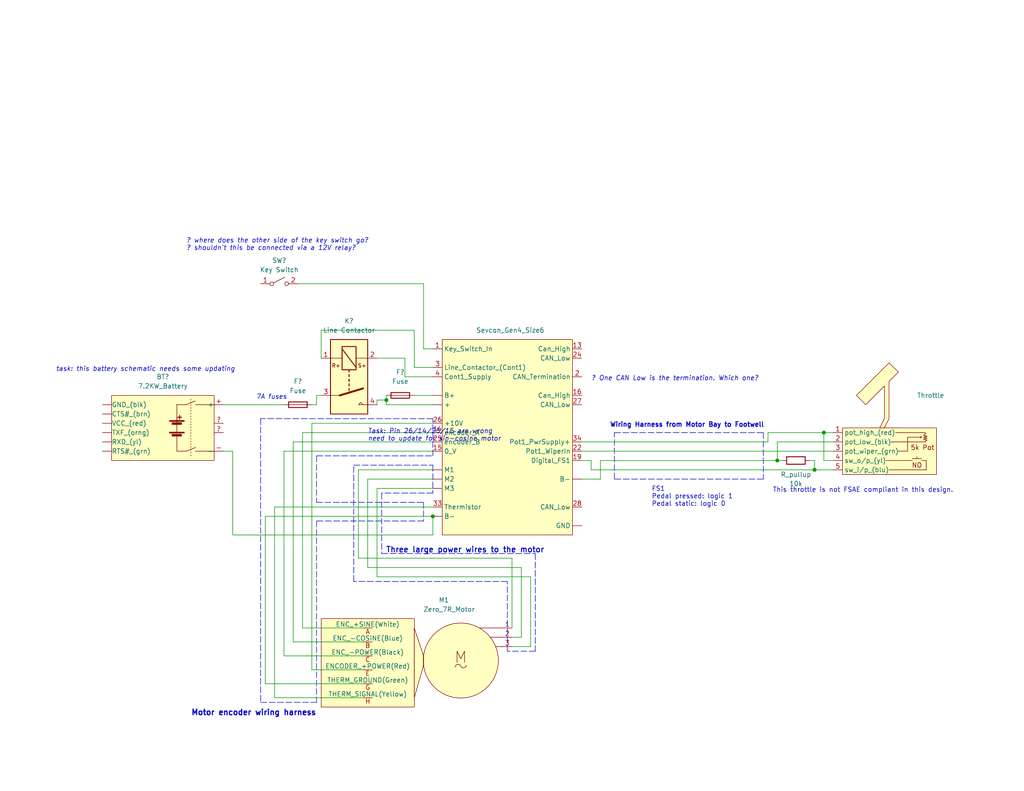
<source format=kicad_sch>
(kicad_sch (version 20211123) (generator eeschema)
  (paper "A")
  (lib_symbols
    (symbol "CamachosSymbols:7.2KW_Battery" (pin_names (offset 0.002))
      (property "Reference" "BT?" (at -7.62 12.7 0))
      (property "Value" "7.2KW_Battery" (at -7.62 10.16 0))
      (symbol "7.2KW_Battery_0_1"
        (rectangle (start -22.86 7.62) (end 5.08 -10.16) (fill (type background)))
        (rectangle (start -7.112 -2.413) (end -3.048 -2.667) (fill (type outline)))
        (rectangle (start -7.112 0.762) (end -3.048 0.508) (fill (type outline)))
        (rectangle (start -6.4008 -2.9972) (end -3.81 -3.5052) (fill (type outline)))
        (rectangle (start -6.4008 0.1778) (end -3.81 -0.3302) (fill (type outline)))
        (rectangle (start -5.08 0) (end -5.08 5.08))
        (rectangle (start -5.08 5.08) (end -2.54 5.08))
        (rectangle (start 0 -7.62) (end 5.08 -7.62))
        (polyline (pts (xy -5.08 -2.54) (xy -5.08 -0.254)))
        (polyline (pts (xy -5.08 0.762) (xy -5.08 1.524)))
        (polyline (pts (xy -4.826 1.651) (xy -3.81 1.651)) (stroke (width 0.254)))
        (polyline (pts (xy -4.318 2.159) (xy -4.318 1.143)) (stroke (width 0.254)))
        (polyline (pts (xy -2.54 -7.62) (xy 0 -6.604)))
        (polyline (pts (xy -2.54 5.08) (xy 0 6.096)))
        (polyline (pts (xy -1.27 -8.636) (xy -1.27 -8.89)))
        (polyline (pts (xy -1.27 -7.874) (xy -1.27 -8.128)))
        (polyline (pts (xy -1.27 -7.112) (xy -1.27 -7.366)))
        (polyline (pts (xy -1.27 -6.35) (xy -1.27 -6.604)))
        (polyline (pts (xy -1.27 -5.588) (xy -1.27 -5.842)))
        (polyline (pts (xy -1.27 -4.826) (xy -1.27 -5.08)))
        (polyline (pts (xy -1.27 -4.064) (xy -1.27 -4.318)))
        (polyline (pts (xy -1.27 -3.302) (xy -1.27 -3.556)))
        (polyline (pts (xy -1.27 -2.54) (xy -1.27 -2.794)))
        (polyline (pts (xy -1.27 -1.778) (xy -1.27 -2.032)))
        (polyline (pts (xy -1.27 -1.016) (xy -1.27 -1.27)))
        (polyline (pts (xy -1.27 -0.254) (xy -1.27 -0.508)))
        (polyline (pts (xy -1.27 0.508) (xy -1.27 0.254)))
        (polyline (pts (xy -1.27 1.27) (xy -1.27 1.016)))
        (polyline (pts (xy -1.27 2.032) (xy -1.27 1.778)))
        (polyline (pts (xy -1.27 2.794) (xy -1.27 2.54)))
        (polyline (pts (xy -1.27 3.556) (xy -1.27 3.302)))
        (polyline (pts (xy -1.27 4.318) (xy -1.27 4.064)))
        (polyline (pts (xy -1.27 5.08) (xy -1.27 4.826)))
        (polyline (pts (xy -1.27 5.842) (xy -1.27 5.588)))
        (polyline (pts (xy -1.27 6.604) (xy -1.27 6.35)))
        (polyline (pts (xy -5.08 -3.556) (xy -5.08 -7.62) (xy -2.54 -7.62)))
        (rectangle (start 0 5.08) (end 5.08 5.08))
      )
      (symbol "7.2KW_Battery_1_1"
        (pin passive line (at -25.4 2.54 0) (length 2.54) (name "CTS#_(brn)") (number ""))
        (pin passive line (at -25.4 5.08 0) (length 2.54) (name "GND_(blk)") (number ""))
        (pin passive line (at -25.4 -7.62 0) (length 2.54) (name "RTS#_(grn)") (number ""))
        (pin passive line (at -25.4 -5.08 0) (length 2.54) (name "RXD_(yl)") (number ""))
        (pin passive line (at -25.4 -2.54 0) (length 2.54) (name "TXF_(orng)") (number ""))
        (pin passive line (at -25.4 0 0) (length 2.54) (name "VCC_(red)") (number ""))
        (pin passive line (at 7.62 5.08 180) (length 2.54) (name "+") (number "+"))
        (pin passive line (at 7.62 -7.62 180) (length 2.54) (name "-") (number "-"))
        (pin passive line (at 7.62 -2.54 180) (length 2.54) (name "") (number "?"))
        (pin passive line (at 7.62 0 180) (length 2.54) (name "") (number "?"))
      )
    )
    (symbol "CamachosSymbols:Sevcon_Gen4_Size6"
      (property "Value" "Sevcon_Gen4_Size6" (at 10.16 17.78 0))
      (symbol "Sevcon_Gen4_Size6_0_1"
        (rectangle (start -17.78 15.24) (end 17.78 -38.1) (fill (type background)))
      )
      (symbol "Sevcon_Gen4_Size6_1_1"
        (pin passive line (at -20.32 -2.54 0) (length 2.54) (name "+") (number ""))
        (pin passive line (at -20.32 0 0) (length 2.54) (name "B+") (number ""))
        (pin passive line (at -20.32 -33.02 0) (length 2.54) (name "B-") (number ""))
        (pin passive line (at 20.32 -22.86 180) (length 2.54) (name "B-") (number ""))
        (pin passive line (at 20.32 -35.56 180) (length 2.54) (name "GND") (number ""))
        (pin passive line (at -20.32 -20.32 0) (length 2.54) (name "M1") (number ""))
        (pin passive line (at -20.32 -22.86 0) (length 2.54) (name "M2") (number ""))
        (pin passive line (at -20.32 -25.4 0) (length 2.54) (name "M3") (number ""))
        (pin passive line (at -20.32 12.7 0) (length 2.54) (name "Key_Switch_In") (number "1"))
        (pin passive line (at 20.32 12.7 180) (length 2.54) (name "Can_High") (number "13"))
        (pin passive line (at -20.32 -10.16 0) (length 2.54) (name "encoder_A") (number "14"))
        (pin passive line (at -20.32 -15.24 0) (length 2.54) (name "0_V") (number "15"))
        (pin passive line (at 20.32 0 180) (length 2.54) (name "Can_High") (number "16"))
        (pin passive line (at 20.32 -17.78 180) (length 2.54) (name "Digital_FS1") (number "19"))
        (pin passive line (at 20.32 5.08 180) (length 2.54) (name "CAN_Termination") (number "2"))
        (pin passive line (at 20.32 -15.24 180) (length 2.54) (name "Pot1_WiperIn") (number "22"))
        (pin passive line (at 20.32 10.16 180) (length 2.54) (name "CAN_Low") (number "24"))
        (pin passive line (at -20.32 -12.7 0) (length 2.54) (name "encoder_B") (number "25"))
        (pin passive line (at -20.32 -7.62 0) (length 2.54) (name "+10V") (number "26"))
        (pin passive line (at 20.32 -2.54 180) (length 2.54) (name "CAN_Low") (number "27"))
        (pin passive line (at 20.32 -30.48 180) (length 2.54) (name "CAN_Low") (number "28"))
        (pin passive line (at -20.32 7.62 0) (length 2.54) (name "Line_Contactor_(Cont1)") (number "3"))
        (pin passive line (at -20.32 -30.48 0) (length 2.54) (name "Thermistor") (number "33"))
        (pin passive line (at 20.32 -12.7 180) (length 2.54) (name "Pot1_PwrSupply+") (number "34"))
        (pin passive line (at -20.32 5.08 0) (length 2.54) (name "Cont1_Supply") (number "4"))
      )
    )
    (symbol "CamachosSymbols:Throttle"
      (property "Value" "Throttle" (at 12.7 11.43 0))
      (symbol "Throttle_0_0"
        (text "5k Pot" (at 14.224 -2.794 0) (effects (font (size 1.27 1.27))))
        (text "NO" (at 12.7 -7.62 0) (effects (font (size 1.27 1.27))))
      )
      (symbol "Throttle_0_1"
        (rectangle (start -7.62 2.54) (end 18.034 -10.16) (fill (type background)))
        (polyline (pts (xy 4.318 -6.35) (xy 11.43 -6.35)))
        (polyline (pts (xy 5.08 -8.89) (xy 11.43 -8.89)))
        (polyline (pts (xy 11.43 -6.35) (xy 11.43 -6.35)))
        (polyline (pts (xy 11.43 -5.842) (xy 13.97 -5.842)))
        (polyline (pts (xy 12.7 -5.842) (xy 12.7 -5.334)))
        (polyline (pts (xy 13.716 0.254) (xy 13.97 0) (xy 13.716 -0.254)))
        (polyline (pts (xy 7.62 -3.81) (xy 10.16 -3.81) (xy 10.16 0) (xy 13.97 0)))
        (polyline (pts (xy 11.43 -8.89) (xy 15.24 -8.89) (xy 15.24 -6.35) (xy 13.97 -6.35)))
        (polyline (pts (xy 6.858 1.27) (xy 14.986 1.27) (xy 14.986 0.762) (xy 14.478 0.508) (xy 15.494 0.254) (xy 14.478 0) (xy 15.494 -0.254) (xy 14.478 -0.508) (xy 15.494 -0.762) (xy 14.986 -1.016) (xy 14.986 -1.27) (xy 5.588 -1.27)))
        (polyline (pts (xy 0 2.54) (xy 2.54 2.54) (xy 3.81 5.08) (xy 3.81 11.43) (xy 3.81 13.97) (xy -1.27 8.89) (xy -3.81 11.43) (xy 5.08 20.32) (xy 7.62 17.78) (xy 5.08 15.24) (xy 5.08 5.08) (xy 3.81 2.54) (xy 6.35 2.54) (xy 7.62 2.54)) (fill (type background)))
      )
      (symbol "Throttle_1_1"
        (pin passive line (at -10.16 1.27 0) (length 2.54) (name "pot_high_(red)") (number "1"))
        (pin passive line (at -10.16 -1.27 0) (length 2.54) (name "pot_low_(blk)") (number "2"))
        (pin passive line (at -10.16 -3.81 0) (length 2.54) (name "pot_wiper_(grn)") (number "3"))
        (pin passive line (at -10.16 -6.35 0) (length 2.54) (name "sw_o/p_(yl)") (number "4"))
        (pin passive line (at -10.16 -8.89 0) (length 2.54) (name "sw_i/p_(blu)") (number "5"))
      )
    )
    (symbol "CamachosSymbols:Zero_7R_Motor" (pin_names (offset 0))
      (property "Reference" "M?" (at -0.635 16.51 0))
      (property "Value" "Zero_7R_Motor" (at -0.635 13.97 0))
      (symbol "Zero_7R_Motor_0_0"
        (polyline (pts (xy 3.556 -0.508) (xy 3.556 2.54) (xy 2.54 0.508) (xy 1.524 2.54) (xy 1.524 -0.508)))
        (arc (start 2.54 -1.524) (mid 1.6743 -1.0287) (end 1.016 -1.778))
        (arc (start 2.54 -1.524) (mid 3.4022 -1.9982) (end 4.064 -1.27))
      )
      (symbol "Zero_7R_Motor_0_1"
        (rectangle (start -35.56 11.43) (end -10.16 -12.7) (fill (type background)))
        (polyline (pts (xy 13.97 3.81) (xy 12.065 3.81)))
        (polyline (pts (xy 13.97 8.89) (xy 7.62 8.89)))
        (polyline (pts (xy -10.16 8.89) (xy -10.16 -10.16) (xy -7.62 -1.27)) (fill (type background)))
        (polyline (pts (xy -10.16 8.89) (xy -7.62 1.27) (xy -7.62 -1.27)) (fill (type background)))
        (polyline (pts (xy 13.97 6.35) (xy 10.5664 6.35) (xy 10.6172 6.3246)))
        (circle (center 2.54 0) (radius 10.2391) (fill (type background)))
      )
      (symbol "Zero_7R_Motor_1_1"
        (pin passive line (at 16.51 8.89 180) (length 2.54) (name "~") (number "1"))
        (pin passive line (at 16.51 6.35 180) (length 2.54) (name "~") (number "2"))
        (pin passive line (at 16.51 3.81 180) (length 2.54) (name "~") (number "3"))
        (pin passive line (at -24.13 8.89 0) (length 2.54) (name "ENC_+SINE(White)") (number "A"))
        (pin passive line (at -24.13 5.08 0) (length 2.54) (name "ENC_-COSINE(Blue)") (number "B"))
        (pin passive line (at -24.13 1.27 0) (length 2.54) (name "ENC_-POWER(Black)") (number "C"))
        (pin passive line (at -24.13 -2.54 0) (length 2.54) (name "ENCODER_+POWER(Red)") (number "E"))
        (pin passive line (at -24.13 -6.35 0) (length 2.54) (name "THERM_GROUND(Green)") (number "G"))
        (pin passive line (at -24.13 -10.16 0) (length 2.54) (name "THERM_SIGNAL(Yellow)") (number "H"))
      )
    )
    (symbol "Device:Fuse" (pin_numbers hide) (pin_names (offset 0))
      (property "Reference" "F" (at 2.032 0 90))
      (property "Value" "Fuse" (at -1.905 0 90))
      (symbol "Fuse_0_1"
        (rectangle (start -0.762 -2.54) (end 0.762 2.54) (stroke (width 0.254)))
        (polyline (pts (xy 0 2.54) (xy 0 -2.54)))
      )
      (symbol "Fuse_1_1"
        (pin passive line (at 0 3.81 270) (length 1.27) (name "~") (number "1"))
        (pin passive line (at 0 -3.81 90) (length 1.27) (name "~") (number "2"))
      )
    )
    (symbol "Device:R" (pin_numbers hide) (pin_names (offset 0))
      (property "Reference" "R" (at 2.032 0 90))
      (property "Value" "R" (at 0 0 90))
      (symbol "R_0_1"
        (rectangle (start -1.016 -2.54) (end 1.016 2.54) (stroke (width 0.254)))
      )
      (symbol "R_1_1"
        (pin passive line (at 0 3.81 270) (length 1.27) (name "~") (number "1"))
        (pin passive line (at 0 -3.81 90) (length 1.27) (name "~") (number "2"))
      )
    )
    (symbol "Relay:ADW11"
      (property "Reference" "K?" (at -2.54 15.24 0))
      (property "Value" "Line Contactor" (at 1.27 12.7 0))
      (symbol "ADW11_1_1"
        (polyline (pts (xy -3.81 6.35) (xy -0.635 6.35)))
        (polyline (pts (xy -1.27 -3.81) (xy -3.81 -3.81)))
        (polyline (pts (xy -1.27 -3.81) (xy 5.08 -1.905)) (stroke (width 0.508)))
        (polyline (pts (xy -0.635 8.89) (xy 3.175 3.81)) (stroke (width 0.254)))
        (polyline (pts (xy 1.27 -1.905) (xy 1.27 -2.54)) (stroke (width 0.254)))
        (polyline (pts (xy 1.27 -0.635) (xy 1.27 -1.27)) (stroke (width 0.254)))
        (polyline (pts (xy 1.27 0.635) (xy 1.27 0)) (stroke (width 0.254)))
        (polyline (pts (xy 1.27 0.635) (xy 1.27 0)) (stroke (width 0.254)))
        (polyline (pts (xy 1.27 1.905) (xy 1.27 1.27)) (stroke (width 0.254)))
        (polyline (pts (xy 1.27 3.175) (xy 1.27 2.54)) (stroke (width 0.254)))
        (polyline (pts (xy 5.08 -6.35) (xy 6.35 -6.35)))
        (polyline (pts (xy 6.35 6.35) (xy 3.175 6.35)))
        (polyline (pts (xy 5.08 -6.35) (xy 3.81 -6.35) (xy 4.445 -5.715) (xy 5.08 -6.35)))
        (rectangle (start 3.175 9.525) (end -0.635 3.175) (stroke (width 0.254)))
        (rectangle (start 6.35 11.43) (end -3.81 -8.89) (stroke (width 0.254)) (fill (type background)))
        (text "R+" (at -2.286 4.318 0) (effects (font (size 1.016 1.016))))
        (text "S+" (at 4.826 4.318 0) (effects (font (size 1.016 1.016))))
        (pin passive line (at -6.35 6.35 0) (length 2.54) (name "~") (number "1"))
        (pin passive line (at 8.89 6.35 180) (length 2.54) (name "~") (number "2"))
        (pin passive line (at -6.35 -3.81 0) (length 2.54) (name "~") (number "3"))
        (pin passive line (at 8.89 -6.35 180) (length 2.54) (name "~") (number "4"))
      )
    )
    (symbol "Switch:SW_SPST" (pin_names (offset 0) hide)
      (property "Reference" "SW" (at 0 3.175 0))
      (property "Value" "SW_SPST" (at 0 -2.54 0))
      (symbol "SW_SPST_0_0"
        (circle (center -2.032 0) (radius 0.508))
        (polyline (pts (xy -1.524 0.254) (xy 1.524 1.778)))
        (circle (center 2.032 0) (radius 0.508))
      )
      (symbol "SW_SPST_1_1"
        (pin passive line (at -5.08 0 0) (length 2.54) (name "A") (number "1"))
        (pin passive line (at 5.08 0 180) (length 2.54) (name "B") (number "2"))
      )
    )
  )
  (junction (at 224.79 118.11))
  (junction (at 212.09 125.73))
  (junction (at 105.41 109.22))
  (junction (at 118.11 140.97))
  (junction (at 222.25 128.27))
  (wire (pts (xy 102.87 109.22) (xy 105.41 109.22)))
  (wire (pts (xy 72.39 140.97) (xy 72.39 186.69)))
  (wire (pts (xy 142.24 154.94) (xy 100.33 154.94)))
  (wire (pts (xy 102.87 97.79) (xy 110.49 97.79)))
  (wire (pts (xy 63.5 146.05) (xy 118.11 146.05)))
  (wire (pts (xy 118.11 130.81) (xy 100.33 130.81)))
  (polyline (pts (xy 86.36 137.16) (xy 115.57 137.16)))
  (wire (pts (xy 113.03 107.95) (xy 118.11 107.95)))
  (wire (pts (xy 77.47 123.19) (xy 77.47 179.07)))
  (wire (pts (xy 224.79 125.73) (xy 227.33 125.73)))
  (wire (pts (xy 142.24 173.99) (xy 142.24 154.94)))
  (wire (pts (xy 158.75 120.65) (xy 209.55 120.65)))
  (wire (pts (xy 82.55 118.11) (xy 82.55 171.45)))
  (wire (pts (xy 113.03 100.33) (xy 113.03 90.17)))
  (wire (pts (xy 86.36 110.49) (xy 86.36 107.95)))
  (polyline (pts (xy 118.11 124.46) (xy 118.11 114.3)))
  (wire (pts (xy 86.36 107.95) (xy 87.63 107.95)))
  (wire (pts (xy 115.57 77.47) (xy 81.28 77.47)))
  (polyline (pts (xy 96.52 127) (xy 118.11 127)))
  (wire (pts (xy 139.7 171.45) (xy 139.7 152.4)))
  (wire (pts (xy 80.01 120.65) (xy 80.01 175.26)))
  (wire (pts (xy 118.11 138.43) (xy 74.93 138.43)))
  (polyline (pts (xy 115.57 137.16) (xy 115.57 142.24)))
  (wire (pts (xy 80.01 175.26) (xy 99.06 175.26)))
  (wire (pts (xy 118.11 123.19) (xy 77.47 123.19)))
  (wire (pts (xy 139.7 176.53) (xy 144.78 176.53)))
  (polyline (pts (xy 146.05 151.13) (xy 146.05 177.8)))
  (polyline (pts (xy 167.64 118.11) (xy 208.28 118.11)))
  (wire (pts (xy 209.55 118.11) (xy 224.79 118.11)))
  (polyline (pts (xy 71.12 191.77) (xy 86.36 191.77)))
  (polyline (pts (xy 167.64 130.81) (xy 167.64 118.11)))
  (wire (pts (xy 99.06 186.69) (xy 72.39 186.69)))
  (wire (pts (xy 115.57 95.25) (xy 115.57 77.47)))
  (wire (pts (xy 222.25 128.27) (xy 227.33 128.27)))
  (wire (pts (xy 80.01 120.65) (xy 118.11 120.65)))
  (wire (pts (xy 97.79 128.27) (xy 118.11 128.27)))
  (wire (pts (xy 102.87 133.35) (xy 102.87 157.48)))
  (wire (pts (xy 139.7 173.99) (xy 142.24 173.99)))
  (wire (pts (xy 105.41 109.22) (xy 105.41 107.95)))
  (polyline (pts (xy 118.11 127) (xy 118.11 134.62)))
  (wire (pts (xy 60.96 110.49) (xy 77.47 110.49)))
  (polyline (pts (xy 104.14 134.62) (xy 104.14 151.13)))
  (wire (pts (xy 161.29 125.73) (xy 158.75 125.73)))
  (wire (pts (xy 74.93 138.43) (xy 74.93 190.5)))
  (wire (pts (xy 224.79 118.11) (xy 227.33 118.11)))
  (polyline (pts (xy 208.28 118.11) (xy 208.28 130.81)))
  (polyline (pts (xy 86.36 124.46) (xy 86.36 137.16)))
  (wire (pts (xy 144.78 157.48) (xy 102.87 157.48)))
  (wire (pts (xy 85.09 110.49) (xy 86.36 110.49)))
  (wire (pts (xy 82.55 171.45) (xy 99.06 171.45)))
  (wire (pts (xy 77.47 179.07) (xy 99.06 179.07)))
  (polyline (pts (xy 138.43 177.8) (xy 138.43 158.75)))
  (polyline (pts (xy 86.36 124.46) (xy 118.11 124.46)))
  (wire (pts (xy 118.11 95.25) (xy 115.57 95.25)))
  (wire (pts (xy 209.55 120.65) (xy 209.55 118.11)))
  (wire (pts (xy 102.87 110.49) (xy 102.87 109.22)))
  (wire (pts (xy 224.79 118.11) (xy 224.79 125.73)))
  (polyline (pts (xy 208.28 130.81) (xy 167.64 130.81)))
  (wire (pts (xy 87.63 90.17) (xy 87.63 97.79)))
  (wire (pts (xy 212.09 125.73) (xy 213.36 125.73)))
  (wire (pts (xy 74.93 190.5) (xy 99.06 190.5)))
  (wire (pts (xy 139.7 152.4) (xy 97.79 152.4)))
  (wire (pts (xy 97.79 152.4) (xy 97.79 128.27)))
  (polyline (pts (xy 104.14 151.13) (xy 146.05 151.13)))
  (wire (pts (xy 85.09 115.57) (xy 85.09 182.88)))
  (wire (pts (xy 212.09 120.65) (xy 212.09 125.73)))
  (wire (pts (xy 102.87 133.35) (xy 118.11 133.35)))
  (wire (pts (xy 118.11 140.97) (xy 118.11 146.05)))
  (polyline (pts (xy 146.05 177.8) (xy 138.43 177.8)))
  (wire (pts (xy 118.11 118.11) (xy 82.55 118.11)))
  (polyline (pts (xy 115.57 142.24) (xy 86.36 142.24)))
  (wire (pts (xy 158.75 130.81) (xy 163.83 130.81)))
  (wire (pts (xy 100.33 154.94) (xy 100.33 130.81)))
  (polyline (pts (xy 86.36 142.24) (xy 86.36 191.77)))
  (wire (pts (xy 163.83 125.73) (xy 212.09 125.73)))
  (wire (pts (xy 113.03 90.17) (xy 87.63 90.17)))
  (wire (pts (xy 212.09 120.65) (xy 227.33 120.65)))
  (wire (pts (xy 163.83 130.81) (xy 163.83 125.73)))
  (polyline (pts (xy 138.43 158.75) (xy 96.52 158.75)))
  (wire (pts (xy 161.29 128.27) (xy 222.25 128.27)))
  (polyline (pts (xy 96.52 158.75) (xy 96.52 127)))
  (polyline (pts (xy 118.11 134.62) (xy 104.14 134.62)))
  (wire (pts (xy 110.49 97.79) (xy 110.49 102.87)))
  (wire (pts (xy 63.5 123.19) (xy 63.5 146.05)))
  (wire (pts (xy 105.41 110.49) (xy 118.11 110.49)))
  (wire (pts (xy 72.39 140.97) (xy 118.11 140.97)))
  (wire (pts (xy 110.49 102.87) (xy 118.11 102.87)))
  (wire (pts (xy 85.09 182.88) (xy 99.06 182.88)))
  (polyline (pts (xy 118.11 114.3) (xy 71.12 114.3)))
  (wire (pts (xy 105.41 110.49) (xy 105.41 109.22)))
  (wire (pts (xy 118.11 100.33) (xy 113.03 100.33)))
  (wire (pts (xy 144.78 176.53) (xy 144.78 157.48)))
  (polyline (pts (xy 71.12 114.3) (xy 71.12 191.77)))
  (wire (pts (xy 161.29 128.27) (xy 161.29 125.73)))
  (wire (pts (xy 222.25 125.73) (xy 220.98 125.73)))
  (wire (pts (xy 63.5 123.19) (xy 60.96 123.19)))
  (wire (pts (xy 158.75 123.19) (xy 227.33 123.19)))
  (wire (pts (xy 222.25 128.27) (xy 222.25 125.73)))
  (wire (pts (xy 118.11 115.57) (xy 85.09 115.57)))
  (text "? One CAN Low is the termination. Which one?" (at 161.29 104.14 0) (effects (font (size 1.27 1.27) italic) (justify left bottom)))
  (text "Task: Pin 26/14/25/15 are wrong\nneed to update for sin-cosine motor" (at 100.33 120.65 0) (effects (font (size 1.27 1.27) italic) (justify left bottom)))
  (text "Three large power wires to the motor" (at 148.59 151.13 180) (effects (font (size 1.5 1.5) (thickness 0.254) bold) (justify right bottom)))
  (text "This throttle is not FSAE compliant in this design." (at 210.82 134.62 0) (effects (font (size 1.27 1.27)) (justify left bottom)))
  (text "FS1\nPedal pressed: logic 1\nPedal static: logic 0" (at 177.8 138.43 0) (effects (font (size 1.27 1.27)) (justify left bottom)))
  (text "Wiring Harness from Motor Bay to Footwell" (at 166.37 116.84 0) (effects (font (size 1.27 1.27) (thickness 0.254) bold) (justify left bottom)))
  (text "7A fuses" (at 69.85 109.22 0) (effects (font (size 1.27 1.27) italic) (justify left bottom)))
  (text "Motor encoder wiring harness" (at 86.36 195.58 180) (effects (font (size 1.5 1.5) (thickness 0.3) bold) (justify right bottom)))
  (text "task: this battery schematic needs some updating" (at 15.24 101.6 0) (effects (font (size 1.27 1.27) italic) (justify left bottom)))
  (text "? where does the other side of the key switch go?\n? shouldn't this be connected via a 12V relay?" (at 50.8 68.58 0) (effects (font (size 1.27 1.27) italic) (justify left bottom)))
  (symbol (lib_id "CamachosSymbols:Throttle") (at 237.49 119.38 0) (unit 1)
    (property "Reference" "U?" (effects hide))
    (property "Value" "Throttle" (at 250.19 107.95 0) (effects (justify left)))
  )
  (symbol (lib_id "CamachosSymbols:Zero_7R_Motor") (at 123.19 180.34 0) (unit 1)
    (property "Reference" "M1" (at 122.555 163.83 0) (effects (justify right)))
    (property "Value" "Zero_7R_Motor" (at 122.555 166.37 0))
  )
  (symbol (lib_id "CamachosSymbols:Sevcon_Gen4_Size6") (at 138.43 107.95 0) (unit 1)
    (property "Reference" "U?" (effects hide))
    (property "Value" "Sevcon_Gen4_Size6" (at 148.59 90.17 0) (effects (justify right)))
  )
  (symbol (lib_id "Device:R") (at 217.17 125.73 90) (unit 1)
    (property "Reference" "R_pullup" (at 217.17 129.54 90))
    (property "Value" "10k" (at 217.17 132.08 90))
  )
  (symbol (lib_id "Switch:SW_SPST") (at 76.2 77.47 0) (unit 1)
    (property "Reference" "SW?" (at 76.2 71.12 0))
    (property "Value" "Key Switch" (at 76.2 73.66 0))
  )
  (symbol (lib_id "Device:Fuse") (at 81.28 110.49 90) (unit 1)
    (property "Reference" "F?" (at 81.28 104.14 90))
    (property "Value" "Fuse" (at 81.28 106.68 90))
  )
  (symbol (lib_id "CamachosSymbols:7.2KW_Battery") (at 53.34 115.57 0) (unit 1)
    (property "Reference" "BT?" (at 44.45 102.87 0))
    (property "Value" "7.2KW_Battery" (at 44.45 105.41 0))
  )
  (symbol (lib_id "Relay:ADW11") (at 93.98 104.14 0) (unit 1)
    (property "Reference" "K?" (at 95.25 87.63 0))
    (property "Value" "Line Contactor" (at 95.25 90.17 0))
    (property "Footprint" "Relay_THT:Relay_1P1T_NO_10x24x18.8mm_Panasonic_ADW11xxxxW_THT" (effects hide))
    (property "Datasheet" "https://www.panasonic-electric-works.com/pew/es/downloads/ds_dw_hl_en.pdf" (effects hide))
  )
  (symbol (lib_id "Device:Fuse") (at 109.22 107.95 90) (unit 1)
    (property "Reference" "F?" (at 109.22 101.6 90))
    (property "Value" "Fuse" (at 109.22 104.14 90))
  )
)
</source>
